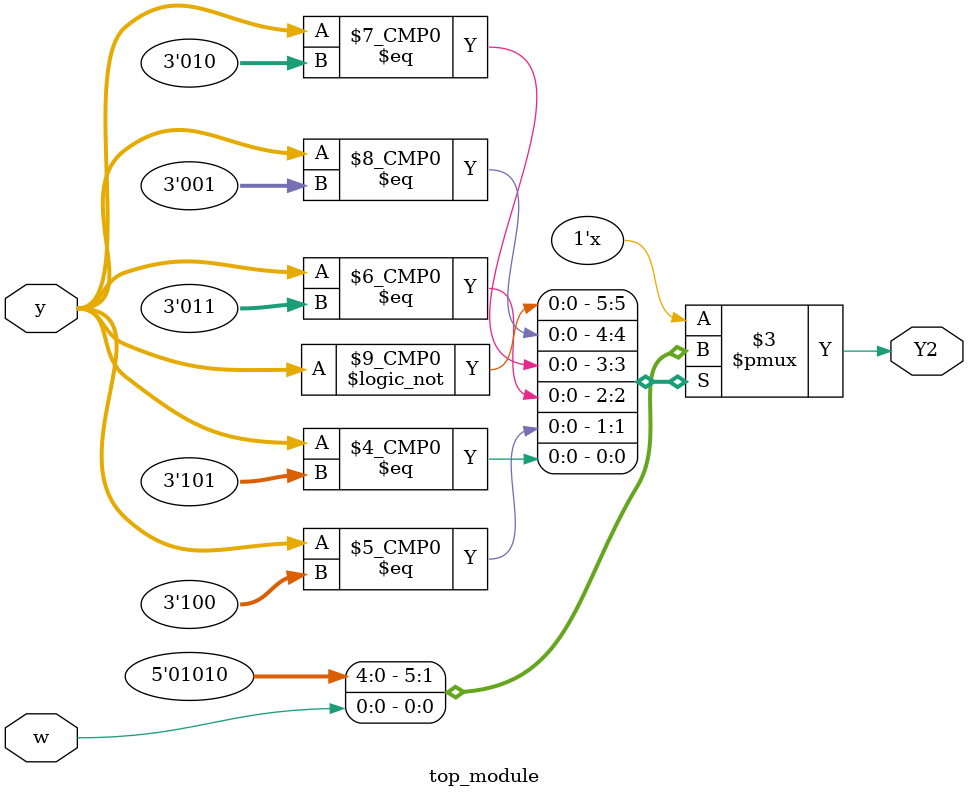
<source format=sv>
module top_module(
    input [3:1] y,
    input w,
    output reg Y2
);

always @(*) begin
    case (y)
        3'b000: Y2 = 1'b0;
        3'b001: Y2 = 1'b1;
        3'b010: Y2 = 1'b0;
        3'b011: Y2 = 1'b1;
        3'b100: Y2 = 1'b0;
        3'b101: Y2 = w;
        default: Y2 = 1'bx;
    endcase
end

endmodule

</source>
